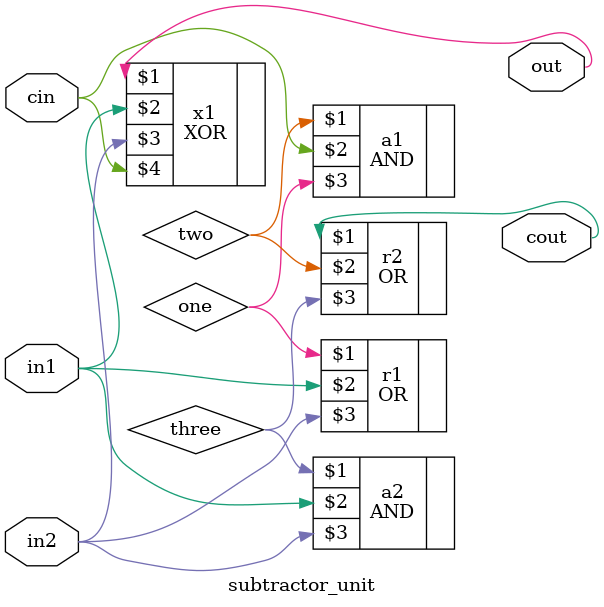
<source format=v>
module subtractor_unit(input in1,in2,cin, output out,cout);
wire one,two,three;
XOR x1(out,in1,in2,cin); //out= (in1 ^ in2)^cin
OR  r1(one,in1,in2);
AND a1(two,cin,one);
AND a2(three,in1,in2);
OR  r2(cout,two,three); // cout= (A+B)cin + AB
endmodule

</source>
